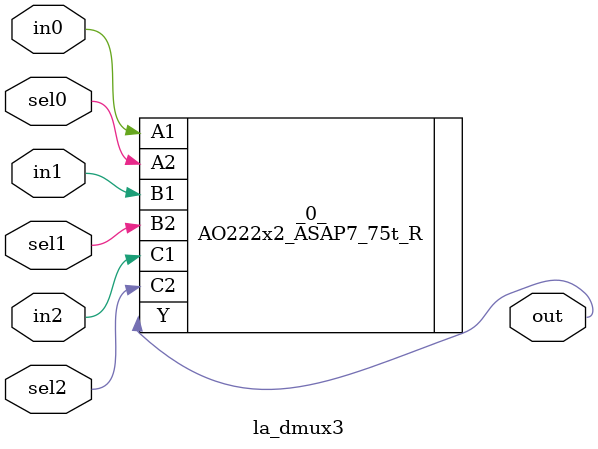
<source format=v>

/* Generated by Yosys 0.37 (git sha1 a5c7f69ed, clang 14.0.0-1ubuntu1.1 -fPIC -Os) */

module la_dmux3(sel0, sel1, sel2, in0, in1, in2, out);
  input in0;
  wire in0;
  input in1;
  wire in1;
  input in2;
  wire in2;
  output out;
  wire out;
  input sel0;
  wire sel0;
  input sel1;
  wire sel1;
  input sel2;
  wire sel2;
  AO222x2_ASAP7_75t_R _0_ (
    .A1(in0),
    .A2(sel0),
    .B1(in1),
    .B2(sel1),
    .C1(in2),
    .C2(sel2),
    .Y(out)
  );
endmodule

</source>
